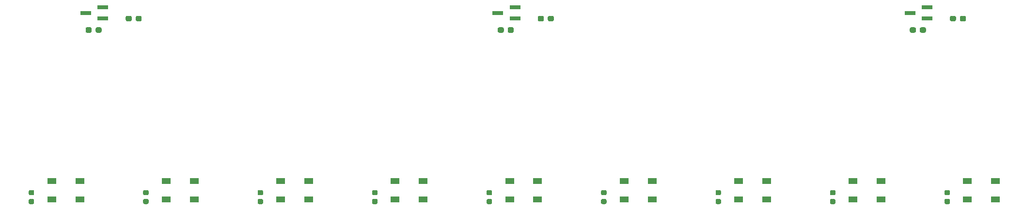
<source format=gbr>
G04 #@! TF.GenerationSoftware,KiCad,Pcbnew,(5.1.7)-1*
G04 #@! TF.CreationDate,2021-03-22T01:50:01-04:00*
G04 #@! TF.ProjectId,Circuit-AirSensor-Left,43697263-7569-4742-9d41-697253656e73,rev?*
G04 #@! TF.SameCoordinates,Original*
G04 #@! TF.FileFunction,Paste,Bot*
G04 #@! TF.FilePolarity,Positive*
%FSLAX46Y46*%
G04 Gerber Fmt 4.6, Leading zero omitted, Abs format (unit mm)*
G04 Created by KiCad (PCBNEW (5.1.7)-1) date 2021-03-22 01:50:01*
%MOMM*%
%LPD*%
G01*
G04 APERTURE LIST*
%ADD10R,1.500000X1.000000*%
%ADD11R,1.900000X0.800000*%
G04 APERTURE END LIST*
D10*
X222450000Y-133400000D03*
X222450000Y-136600000D03*
X217550000Y-133400000D03*
X217550000Y-136600000D03*
G36*
G01*
X234250000Y-137450000D02*
X233750000Y-137450000D01*
G75*
G02*
X233525000Y-137225000I0J225000D01*
G01*
X233525000Y-136775000D01*
G75*
G02*
X233750000Y-136550000I225000J0D01*
G01*
X234250000Y-136550000D01*
G75*
G02*
X234475000Y-136775000I0J-225000D01*
G01*
X234475000Y-137225000D01*
G75*
G02*
X234250000Y-137450000I-225000J0D01*
G01*
G37*
G36*
G01*
X234250000Y-135900000D02*
X233750000Y-135900000D01*
G75*
G02*
X233525000Y-135675000I0J225000D01*
G01*
X233525000Y-135225000D01*
G75*
G02*
X233750000Y-135000000I225000J0D01*
G01*
X234250000Y-135000000D01*
G75*
G02*
X234475000Y-135225000I0J-225000D01*
G01*
X234475000Y-135675000D01*
G75*
G02*
X234250000Y-135900000I-225000J0D01*
G01*
G37*
G36*
G01*
X214250000Y-135900000D02*
X213750000Y-135900000D01*
G75*
G02*
X213525000Y-135675000I0J225000D01*
G01*
X213525000Y-135225000D01*
G75*
G02*
X213750000Y-135000000I225000J0D01*
G01*
X214250000Y-135000000D01*
G75*
G02*
X214475000Y-135225000I0J-225000D01*
G01*
X214475000Y-135675000D01*
G75*
G02*
X214250000Y-135900000I-225000J0D01*
G01*
G37*
G36*
G01*
X214250000Y-137450000D02*
X213750000Y-137450000D01*
G75*
G02*
X213525000Y-137225000I0J225000D01*
G01*
X213525000Y-136775000D01*
G75*
G02*
X213750000Y-136550000I225000J0D01*
G01*
X214250000Y-136550000D01*
G75*
G02*
X214475000Y-136775000I0J-225000D01*
G01*
X214475000Y-137225000D01*
G75*
G02*
X214250000Y-137450000I-225000J0D01*
G01*
G37*
G36*
G01*
X194250000Y-137450000D02*
X193750000Y-137450000D01*
G75*
G02*
X193525000Y-137225000I0J225000D01*
G01*
X193525000Y-136775000D01*
G75*
G02*
X193750000Y-136550000I225000J0D01*
G01*
X194250000Y-136550000D01*
G75*
G02*
X194475000Y-136775000I0J-225000D01*
G01*
X194475000Y-137225000D01*
G75*
G02*
X194250000Y-137450000I-225000J0D01*
G01*
G37*
G36*
G01*
X194250000Y-135900000D02*
X193750000Y-135900000D01*
G75*
G02*
X193525000Y-135675000I0J225000D01*
G01*
X193525000Y-135225000D01*
G75*
G02*
X193750000Y-135000000I225000J0D01*
G01*
X194250000Y-135000000D01*
G75*
G02*
X194475000Y-135225000I0J-225000D01*
G01*
X194475000Y-135675000D01*
G75*
G02*
X194250000Y-135900000I-225000J0D01*
G01*
G37*
G36*
G01*
X174250000Y-137450000D02*
X173750000Y-137450000D01*
G75*
G02*
X173525000Y-137225000I0J225000D01*
G01*
X173525000Y-136775000D01*
G75*
G02*
X173750000Y-136550000I225000J0D01*
G01*
X174250000Y-136550000D01*
G75*
G02*
X174475000Y-136775000I0J-225000D01*
G01*
X174475000Y-137225000D01*
G75*
G02*
X174250000Y-137450000I-225000J0D01*
G01*
G37*
G36*
G01*
X174250000Y-135900000D02*
X173750000Y-135900000D01*
G75*
G02*
X173525000Y-135675000I0J225000D01*
G01*
X173525000Y-135225000D01*
G75*
G02*
X173750000Y-135000000I225000J0D01*
G01*
X174250000Y-135000000D01*
G75*
G02*
X174475000Y-135225000I0J-225000D01*
G01*
X174475000Y-135675000D01*
G75*
G02*
X174250000Y-135900000I-225000J0D01*
G01*
G37*
G36*
G01*
X154250000Y-137450000D02*
X153750000Y-137450000D01*
G75*
G02*
X153525000Y-137225000I0J225000D01*
G01*
X153525000Y-136775000D01*
G75*
G02*
X153750000Y-136550000I225000J0D01*
G01*
X154250000Y-136550000D01*
G75*
G02*
X154475000Y-136775000I0J-225000D01*
G01*
X154475000Y-137225000D01*
G75*
G02*
X154250000Y-137450000I-225000J0D01*
G01*
G37*
G36*
G01*
X154250000Y-135900000D02*
X153750000Y-135900000D01*
G75*
G02*
X153525000Y-135675000I0J225000D01*
G01*
X153525000Y-135225000D01*
G75*
G02*
X153750000Y-135000000I225000J0D01*
G01*
X154250000Y-135000000D01*
G75*
G02*
X154475000Y-135225000I0J-225000D01*
G01*
X154475000Y-135675000D01*
G75*
G02*
X154250000Y-135900000I-225000J0D01*
G01*
G37*
G36*
G01*
X134250000Y-137450000D02*
X133750000Y-137450000D01*
G75*
G02*
X133525000Y-137225000I0J225000D01*
G01*
X133525000Y-136775000D01*
G75*
G02*
X133750000Y-136550000I225000J0D01*
G01*
X134250000Y-136550000D01*
G75*
G02*
X134475000Y-136775000I0J-225000D01*
G01*
X134475000Y-137225000D01*
G75*
G02*
X134250000Y-137450000I-225000J0D01*
G01*
G37*
G36*
G01*
X134250000Y-135900000D02*
X133750000Y-135900000D01*
G75*
G02*
X133525000Y-135675000I0J225000D01*
G01*
X133525000Y-135225000D01*
G75*
G02*
X133750000Y-135000000I225000J0D01*
G01*
X134250000Y-135000000D01*
G75*
G02*
X134475000Y-135225000I0J-225000D01*
G01*
X134475000Y-135675000D01*
G75*
G02*
X134250000Y-135900000I-225000J0D01*
G01*
G37*
G36*
G01*
X114250000Y-137450000D02*
X113750000Y-137450000D01*
G75*
G02*
X113525000Y-137225000I0J225000D01*
G01*
X113525000Y-136775000D01*
G75*
G02*
X113750000Y-136550000I225000J0D01*
G01*
X114250000Y-136550000D01*
G75*
G02*
X114475000Y-136775000I0J-225000D01*
G01*
X114475000Y-137225000D01*
G75*
G02*
X114250000Y-137450000I-225000J0D01*
G01*
G37*
G36*
G01*
X114250000Y-135900000D02*
X113750000Y-135900000D01*
G75*
G02*
X113525000Y-135675000I0J225000D01*
G01*
X113525000Y-135225000D01*
G75*
G02*
X113750000Y-135000000I225000J0D01*
G01*
X114250000Y-135000000D01*
G75*
G02*
X114475000Y-135225000I0J-225000D01*
G01*
X114475000Y-135675000D01*
G75*
G02*
X114250000Y-135900000I-225000J0D01*
G01*
G37*
G36*
G01*
X94250000Y-135900000D02*
X93750000Y-135900000D01*
G75*
G02*
X93525000Y-135675000I0J225000D01*
G01*
X93525000Y-135225000D01*
G75*
G02*
X93750000Y-135000000I225000J0D01*
G01*
X94250000Y-135000000D01*
G75*
G02*
X94475000Y-135225000I0J-225000D01*
G01*
X94475000Y-135675000D01*
G75*
G02*
X94250000Y-135900000I-225000J0D01*
G01*
G37*
G36*
G01*
X94250000Y-137450000D02*
X93750000Y-137450000D01*
G75*
G02*
X93525000Y-137225000I0J225000D01*
G01*
X93525000Y-136775000D01*
G75*
G02*
X93750000Y-136550000I225000J0D01*
G01*
X94250000Y-136550000D01*
G75*
G02*
X94475000Y-136775000I0J-225000D01*
G01*
X94475000Y-137225000D01*
G75*
G02*
X94250000Y-137450000I-225000J0D01*
G01*
G37*
G36*
G01*
X74250000Y-137450000D02*
X73750000Y-137450000D01*
G75*
G02*
X73525000Y-137225000I0J225000D01*
G01*
X73525000Y-136775000D01*
G75*
G02*
X73750000Y-136550000I225000J0D01*
G01*
X74250000Y-136550000D01*
G75*
G02*
X74475000Y-136775000I0J-225000D01*
G01*
X74475000Y-137225000D01*
G75*
G02*
X74250000Y-137450000I-225000J0D01*
G01*
G37*
G36*
G01*
X74250000Y-135900000D02*
X73750000Y-135900000D01*
G75*
G02*
X73525000Y-135675000I0J225000D01*
G01*
X73525000Y-135225000D01*
G75*
G02*
X73750000Y-135000000I225000J0D01*
G01*
X74250000Y-135000000D01*
G75*
G02*
X74475000Y-135225000I0J-225000D01*
G01*
X74475000Y-135675000D01*
G75*
G02*
X74250000Y-135900000I-225000J0D01*
G01*
G37*
X77550000Y-136600000D03*
X77550000Y-133400000D03*
X82450000Y-136600000D03*
X82450000Y-133400000D03*
X102450000Y-133400000D03*
X102450000Y-136600000D03*
X97550000Y-133400000D03*
X97550000Y-136600000D03*
X122450000Y-133400000D03*
X122450000Y-136600000D03*
X117550000Y-133400000D03*
X117550000Y-136600000D03*
X142450000Y-133400000D03*
X142450000Y-136600000D03*
X137550000Y-133400000D03*
X137550000Y-136600000D03*
X237550000Y-136600000D03*
X237550000Y-133400000D03*
X242450000Y-136600000D03*
X242450000Y-133400000D03*
X202450000Y-133400000D03*
X202450000Y-136600000D03*
X197550000Y-133400000D03*
X197550000Y-136600000D03*
X182450000Y-133400000D03*
X182450000Y-136600000D03*
X177550000Y-133400000D03*
X177550000Y-136600000D03*
X157550000Y-136600000D03*
X157550000Y-133400000D03*
X162450000Y-136600000D03*
X162450000Y-133400000D03*
G36*
G01*
X234475000Y-105237500D02*
X234475000Y-104762500D01*
G75*
G02*
X234712500Y-104525000I237500J0D01*
G01*
X235287500Y-104525000D01*
G75*
G02*
X235525000Y-104762500I0J-237500D01*
G01*
X235525000Y-105237500D01*
G75*
G02*
X235287500Y-105475000I-237500J0D01*
G01*
X234712500Y-105475000D01*
G75*
G02*
X234475000Y-105237500I0J237500D01*
G01*
G37*
G36*
G01*
X236225000Y-105237500D02*
X236225000Y-104762500D01*
G75*
G02*
X236462500Y-104525000I237500J0D01*
G01*
X237037500Y-104525000D01*
G75*
G02*
X237275000Y-104762500I0J-237500D01*
G01*
X237275000Y-105237500D01*
G75*
G02*
X237037500Y-105475000I-237500J0D01*
G01*
X236462500Y-105475000D01*
G75*
G02*
X236225000Y-105237500I0J237500D01*
G01*
G37*
G36*
G01*
X162475000Y-105237500D02*
X162475000Y-104762500D01*
G75*
G02*
X162712500Y-104525000I237500J0D01*
G01*
X163287500Y-104525000D01*
G75*
G02*
X163525000Y-104762500I0J-237500D01*
G01*
X163525000Y-105237500D01*
G75*
G02*
X163287500Y-105475000I-237500J0D01*
G01*
X162712500Y-105475000D01*
G75*
G02*
X162475000Y-105237500I0J237500D01*
G01*
G37*
G36*
G01*
X164225000Y-105237500D02*
X164225000Y-104762500D01*
G75*
G02*
X164462500Y-104525000I237500J0D01*
G01*
X165037500Y-104525000D01*
G75*
G02*
X165275000Y-104762500I0J-237500D01*
G01*
X165275000Y-105237500D01*
G75*
G02*
X165037500Y-105475000I-237500J0D01*
G01*
X164462500Y-105475000D01*
G75*
G02*
X164225000Y-105237500I0J237500D01*
G01*
G37*
G36*
G01*
X90475000Y-105237500D02*
X90475000Y-104762500D01*
G75*
G02*
X90712500Y-104525000I237500J0D01*
G01*
X91287500Y-104525000D01*
G75*
G02*
X91525000Y-104762500I0J-237500D01*
G01*
X91525000Y-105237500D01*
G75*
G02*
X91287500Y-105475000I-237500J0D01*
G01*
X90712500Y-105475000D01*
G75*
G02*
X90475000Y-105237500I0J237500D01*
G01*
G37*
G36*
G01*
X92225000Y-105237500D02*
X92225000Y-104762500D01*
G75*
G02*
X92462500Y-104525000I237500J0D01*
G01*
X93037500Y-104525000D01*
G75*
G02*
X93275000Y-104762500I0J-237500D01*
G01*
X93275000Y-105237500D01*
G75*
G02*
X93037500Y-105475000I-237500J0D01*
G01*
X92462500Y-105475000D01*
G75*
G02*
X92225000Y-105237500I0J237500D01*
G01*
G37*
G36*
G01*
X230275000Y-106762500D02*
X230275000Y-107237500D01*
G75*
G02*
X230037500Y-107475000I-237500J0D01*
G01*
X229462500Y-107475000D01*
G75*
G02*
X229225000Y-107237500I0J237500D01*
G01*
X229225000Y-106762500D01*
G75*
G02*
X229462500Y-106525000I237500J0D01*
G01*
X230037500Y-106525000D01*
G75*
G02*
X230275000Y-106762500I0J-237500D01*
G01*
G37*
G36*
G01*
X228525000Y-106762500D02*
X228525000Y-107237500D01*
G75*
G02*
X228287500Y-107475000I-237500J0D01*
G01*
X227712500Y-107475000D01*
G75*
G02*
X227475000Y-107237500I0J237500D01*
G01*
X227475000Y-106762500D01*
G75*
G02*
X227712500Y-106525000I237500J0D01*
G01*
X228287500Y-106525000D01*
G75*
G02*
X228525000Y-106762500I0J-237500D01*
G01*
G37*
G36*
G01*
X158275000Y-106762500D02*
X158275000Y-107237500D01*
G75*
G02*
X158037500Y-107475000I-237500J0D01*
G01*
X157462500Y-107475000D01*
G75*
G02*
X157225000Y-107237500I0J237500D01*
G01*
X157225000Y-106762500D01*
G75*
G02*
X157462500Y-106525000I237500J0D01*
G01*
X158037500Y-106525000D01*
G75*
G02*
X158275000Y-106762500I0J-237500D01*
G01*
G37*
G36*
G01*
X156525000Y-106762500D02*
X156525000Y-107237500D01*
G75*
G02*
X156287500Y-107475000I-237500J0D01*
G01*
X155712500Y-107475000D01*
G75*
G02*
X155475000Y-107237500I0J237500D01*
G01*
X155475000Y-106762500D01*
G75*
G02*
X155712500Y-106525000I237500J0D01*
G01*
X156287500Y-106525000D01*
G75*
G02*
X156525000Y-106762500I0J-237500D01*
G01*
G37*
G36*
G01*
X86275000Y-106762500D02*
X86275000Y-107237500D01*
G75*
G02*
X86037500Y-107475000I-237500J0D01*
G01*
X85462500Y-107475000D01*
G75*
G02*
X85225000Y-107237500I0J237500D01*
G01*
X85225000Y-106762500D01*
G75*
G02*
X85462500Y-106525000I237500J0D01*
G01*
X86037500Y-106525000D01*
G75*
G02*
X86275000Y-106762500I0J-237500D01*
G01*
G37*
G36*
G01*
X84525000Y-106762500D02*
X84525000Y-107237500D01*
G75*
G02*
X84287500Y-107475000I-237500J0D01*
G01*
X83712500Y-107475000D01*
G75*
G02*
X83475000Y-107237500I0J237500D01*
G01*
X83475000Y-106762500D01*
G75*
G02*
X83712500Y-106525000I237500J0D01*
G01*
X84287500Y-106525000D01*
G75*
G02*
X84525000Y-106762500I0J-237500D01*
G01*
G37*
D11*
X227500000Y-104000000D03*
X230500000Y-104950000D03*
X230500000Y-103050000D03*
X158500000Y-103050000D03*
X158500000Y-104950000D03*
X155500000Y-104000000D03*
X83500000Y-104000000D03*
X86500000Y-104950000D03*
X86500000Y-103050000D03*
M02*

</source>
